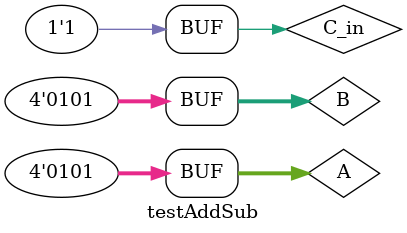
<source format=v>
module halfAdder(s, c, a, b);
	input a, b;
	output s, c;

	xor(s, a, b);
	and(c, a, b);	
endmodule

module fullAdder(s, c_out, a, b, c_in);
	input a, b, c_in;
	output s, c_out;

	halfAdder h1(x, y, a, b);
	halfAdder h2(s, z, x, c_in);
	or(c_out, y, z);
endmodule 

module add_sub(S, C_out, A, B, C_in);
	input [3:0] A, B;
	input C_in;
	output [3:0] S;
	output C_out;
	
	xor (d3, B[3], C_in);
	xor (d2, B[2], C_in);
	xor (d1, B[1], C_in);
	xor (d0, B[0], C_in);

	fullAdder fa1(S[0], c,     A[0], d0, C_in);
	fullAdder fa2(S[1], b,     A[1], d1, c);
	fullAdder fa3(S[2], a,     A[2], d2, b);
	fullAdder fa4(S[3], C_out, A[3], d3, a);	
endmodule


module testAddSub();

	reg [3:0] A, B;
	reg C_in;
	wire C_out;
	wire [3:0] S;

	add_sub as(S, C_out, A, B, C_in);
	initial
	begin
	A = 4'b0001; B = 4'b0101; C_in = 1'b0; //output = 0110
	#100
	A = 4'b0011; B = 4'b0011; C_in = 1'b0; //output = 0110
	#100
	A = 4'b0101; B = 4'b0101; C_in = 1'b1; //output = 0000
	end
endmodule

</source>
